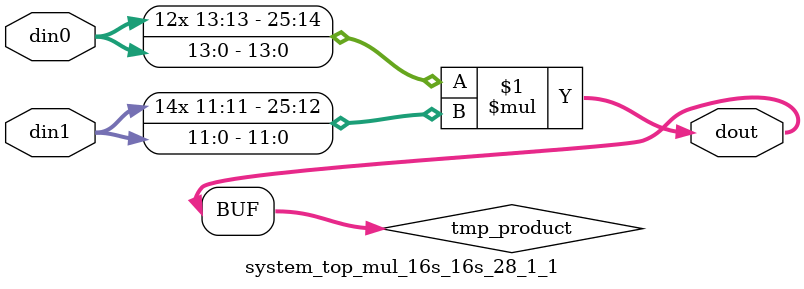
<source format=v>

`timescale 1 ns / 1 ps

 module system_top_mul_16s_16s_28_1_1(din0, din1, dout);
parameter ID = 1;
parameter NUM_STAGE = 0;
parameter din0_WIDTH = 14;
parameter din1_WIDTH = 12;
parameter dout_WIDTH = 26;

input [din0_WIDTH - 1 : 0] din0; 
input [din1_WIDTH - 1 : 0] din1; 
output [dout_WIDTH - 1 : 0] dout;

wire signed [dout_WIDTH - 1 : 0] tmp_product;



























assign tmp_product = $signed(din0) * $signed(din1);








assign dout = tmp_product;





















endmodule

</source>
